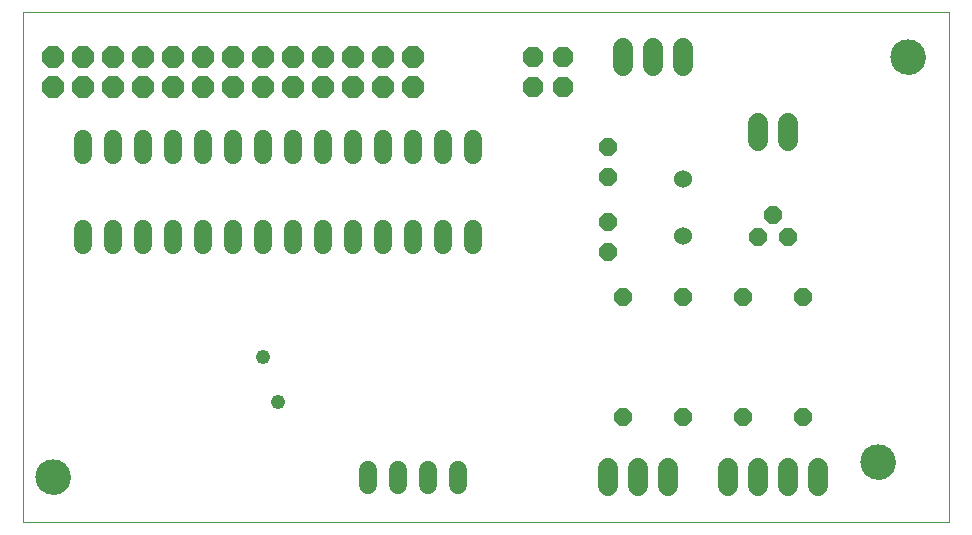
<source format=gbs>
G75*
%MOIN*%
%OFA0B0*%
%FSLAX24Y24*%
%IPPOS*%
%LPD*%
%AMOC8*
5,1,8,0,0,1.08239X$1,22.5*
%
%ADD10C,0.0000*%
%ADD11C,0.1182*%
%ADD12C,0.0600*%
%ADD13OC8,0.0740*%
%ADD14C,0.0600*%
%ADD15OC8,0.0600*%
%ADD16C,0.0680*%
%ADD17OC8,0.0680*%
%ADD18C,0.0595*%
%ADD19C,0.0480*%
D10*
X000100Y000100D02*
X000100Y017096D01*
X030970Y017096D01*
X030970Y000100D01*
X000100Y000100D01*
X000549Y001600D02*
X000551Y001647D01*
X000557Y001693D01*
X000567Y001739D01*
X000580Y001784D01*
X000598Y001827D01*
X000619Y001869D01*
X000643Y001909D01*
X000671Y001946D01*
X000702Y001981D01*
X000736Y002014D01*
X000772Y002043D01*
X000811Y002069D01*
X000852Y002092D01*
X000895Y002111D01*
X000939Y002127D01*
X000984Y002139D01*
X001030Y002147D01*
X001077Y002151D01*
X001123Y002151D01*
X001170Y002147D01*
X001216Y002139D01*
X001261Y002127D01*
X001305Y002111D01*
X001348Y002092D01*
X001389Y002069D01*
X001428Y002043D01*
X001464Y002014D01*
X001498Y001981D01*
X001529Y001946D01*
X001557Y001909D01*
X001581Y001869D01*
X001602Y001827D01*
X001620Y001784D01*
X001633Y001739D01*
X001643Y001693D01*
X001649Y001647D01*
X001651Y001600D01*
X001649Y001553D01*
X001643Y001507D01*
X001633Y001461D01*
X001620Y001416D01*
X001602Y001373D01*
X001581Y001331D01*
X001557Y001291D01*
X001529Y001254D01*
X001498Y001219D01*
X001464Y001186D01*
X001428Y001157D01*
X001389Y001131D01*
X001348Y001108D01*
X001305Y001089D01*
X001261Y001073D01*
X001216Y001061D01*
X001170Y001053D01*
X001123Y001049D01*
X001077Y001049D01*
X001030Y001053D01*
X000984Y001061D01*
X000939Y001073D01*
X000895Y001089D01*
X000852Y001108D01*
X000811Y001131D01*
X000772Y001157D01*
X000736Y001186D01*
X000702Y001219D01*
X000671Y001254D01*
X000643Y001291D01*
X000619Y001331D01*
X000598Y001373D01*
X000580Y001416D01*
X000567Y001461D01*
X000557Y001507D01*
X000551Y001553D01*
X000549Y001600D01*
X028049Y002100D02*
X028051Y002147D01*
X028057Y002193D01*
X028067Y002239D01*
X028080Y002284D01*
X028098Y002327D01*
X028119Y002369D01*
X028143Y002409D01*
X028171Y002446D01*
X028202Y002481D01*
X028236Y002514D01*
X028272Y002543D01*
X028311Y002569D01*
X028352Y002592D01*
X028395Y002611D01*
X028439Y002627D01*
X028484Y002639D01*
X028530Y002647D01*
X028577Y002651D01*
X028623Y002651D01*
X028670Y002647D01*
X028716Y002639D01*
X028761Y002627D01*
X028805Y002611D01*
X028848Y002592D01*
X028889Y002569D01*
X028928Y002543D01*
X028964Y002514D01*
X028998Y002481D01*
X029029Y002446D01*
X029057Y002409D01*
X029081Y002369D01*
X029102Y002327D01*
X029120Y002284D01*
X029133Y002239D01*
X029143Y002193D01*
X029149Y002147D01*
X029151Y002100D01*
X029149Y002053D01*
X029143Y002007D01*
X029133Y001961D01*
X029120Y001916D01*
X029102Y001873D01*
X029081Y001831D01*
X029057Y001791D01*
X029029Y001754D01*
X028998Y001719D01*
X028964Y001686D01*
X028928Y001657D01*
X028889Y001631D01*
X028848Y001608D01*
X028805Y001589D01*
X028761Y001573D01*
X028716Y001561D01*
X028670Y001553D01*
X028623Y001549D01*
X028577Y001549D01*
X028530Y001553D01*
X028484Y001561D01*
X028439Y001573D01*
X028395Y001589D01*
X028352Y001608D01*
X028311Y001631D01*
X028272Y001657D01*
X028236Y001686D01*
X028202Y001719D01*
X028171Y001754D01*
X028143Y001791D01*
X028119Y001831D01*
X028098Y001873D01*
X028080Y001916D01*
X028067Y001961D01*
X028057Y002007D01*
X028051Y002053D01*
X028049Y002100D01*
X029049Y015600D02*
X029051Y015647D01*
X029057Y015693D01*
X029067Y015739D01*
X029080Y015784D01*
X029098Y015827D01*
X029119Y015869D01*
X029143Y015909D01*
X029171Y015946D01*
X029202Y015981D01*
X029236Y016014D01*
X029272Y016043D01*
X029311Y016069D01*
X029352Y016092D01*
X029395Y016111D01*
X029439Y016127D01*
X029484Y016139D01*
X029530Y016147D01*
X029577Y016151D01*
X029623Y016151D01*
X029670Y016147D01*
X029716Y016139D01*
X029761Y016127D01*
X029805Y016111D01*
X029848Y016092D01*
X029889Y016069D01*
X029928Y016043D01*
X029964Y016014D01*
X029998Y015981D01*
X030029Y015946D01*
X030057Y015909D01*
X030081Y015869D01*
X030102Y015827D01*
X030120Y015784D01*
X030133Y015739D01*
X030143Y015693D01*
X030149Y015647D01*
X030151Y015600D01*
X030149Y015553D01*
X030143Y015507D01*
X030133Y015461D01*
X030120Y015416D01*
X030102Y015373D01*
X030081Y015331D01*
X030057Y015291D01*
X030029Y015254D01*
X029998Y015219D01*
X029964Y015186D01*
X029928Y015157D01*
X029889Y015131D01*
X029848Y015108D01*
X029805Y015089D01*
X029761Y015073D01*
X029716Y015061D01*
X029670Y015053D01*
X029623Y015049D01*
X029577Y015049D01*
X029530Y015053D01*
X029484Y015061D01*
X029439Y015073D01*
X029395Y015089D01*
X029352Y015108D01*
X029311Y015131D01*
X029272Y015157D01*
X029236Y015186D01*
X029202Y015219D01*
X029171Y015254D01*
X029143Y015291D01*
X029119Y015331D01*
X029098Y015373D01*
X029080Y015416D01*
X029067Y015461D01*
X029057Y015507D01*
X029051Y015553D01*
X029049Y015600D01*
D11*
X029600Y015600D03*
X028600Y002100D03*
X001100Y001600D03*
D12*
X002100Y009340D02*
X002100Y009860D01*
X003100Y009860D02*
X003100Y009340D01*
X004100Y009340D02*
X004100Y009860D01*
X005100Y009860D02*
X005100Y009340D01*
X006100Y009340D02*
X006100Y009860D01*
X007100Y009860D02*
X007100Y009340D01*
X008100Y009340D02*
X008100Y009860D01*
X009100Y009860D02*
X009100Y009340D01*
X010100Y009340D02*
X010100Y009860D01*
X011100Y009860D02*
X011100Y009340D01*
X012100Y009340D02*
X012100Y009860D01*
X013100Y009860D02*
X013100Y009340D01*
X014100Y009340D02*
X014100Y009860D01*
X015100Y009860D02*
X015100Y009340D01*
X015100Y012340D02*
X015100Y012860D01*
X014100Y012860D02*
X014100Y012340D01*
X013100Y012340D02*
X013100Y012860D01*
X012100Y012860D02*
X012100Y012340D01*
X011100Y012340D02*
X011100Y012860D01*
X010100Y012860D02*
X010100Y012340D01*
X009100Y012340D02*
X009100Y012860D01*
X008100Y012860D02*
X008100Y012340D01*
X007100Y012340D02*
X007100Y012860D01*
X006100Y012860D02*
X006100Y012340D01*
X005100Y012340D02*
X005100Y012860D01*
X004100Y012860D02*
X004100Y012340D01*
X003100Y012340D02*
X003100Y012860D01*
X002100Y012860D02*
X002100Y012340D01*
D13*
X002100Y014600D03*
X001100Y014600D03*
X001100Y015600D03*
X002100Y015600D03*
X003100Y015600D03*
X004100Y015600D03*
X005100Y015600D03*
X006100Y015600D03*
X007100Y015600D03*
X008100Y015600D03*
X009100Y015600D03*
X010100Y015600D03*
X011100Y015600D03*
X012100Y015600D03*
X013100Y015600D03*
X013100Y014600D03*
X012100Y014600D03*
X011100Y014600D03*
X010100Y014600D03*
X009100Y014600D03*
X008100Y014600D03*
X007100Y014600D03*
X006100Y014600D03*
X005100Y014600D03*
X004100Y014600D03*
X003100Y014600D03*
D14*
X022100Y011550D03*
X022100Y009650D03*
D15*
X024600Y009600D03*
X025600Y009600D03*
X025100Y010350D03*
X024100Y007600D03*
X022100Y007600D03*
X020100Y007600D03*
X019600Y009100D03*
X019600Y010100D03*
X019600Y011600D03*
X019600Y012600D03*
X026100Y007600D03*
X026100Y003600D03*
X024100Y003600D03*
X022100Y003600D03*
X020100Y003600D03*
D16*
X019600Y001900D02*
X019600Y001300D01*
X020600Y001300D02*
X020600Y001900D01*
X021600Y001900D02*
X021600Y001300D01*
X023600Y001300D02*
X023600Y001900D01*
X024600Y001900D02*
X024600Y001300D01*
X025600Y001300D02*
X025600Y001900D01*
X026600Y001900D02*
X026600Y001300D01*
X025600Y012800D02*
X025600Y013400D01*
X024600Y013400D02*
X024600Y012800D01*
X022100Y015300D02*
X022100Y015900D01*
X021100Y015900D02*
X021100Y015300D01*
X020100Y015300D02*
X020100Y015900D01*
D17*
X018100Y015600D03*
X017100Y015600D03*
X017100Y014600D03*
X018100Y014600D03*
D18*
X014600Y001857D02*
X014600Y001343D01*
X013600Y001343D02*
X013600Y001857D01*
X012600Y001857D02*
X012600Y001343D01*
X011600Y001343D02*
X011600Y001857D01*
D19*
X008600Y004100D03*
X008100Y005600D03*
M02*

</source>
